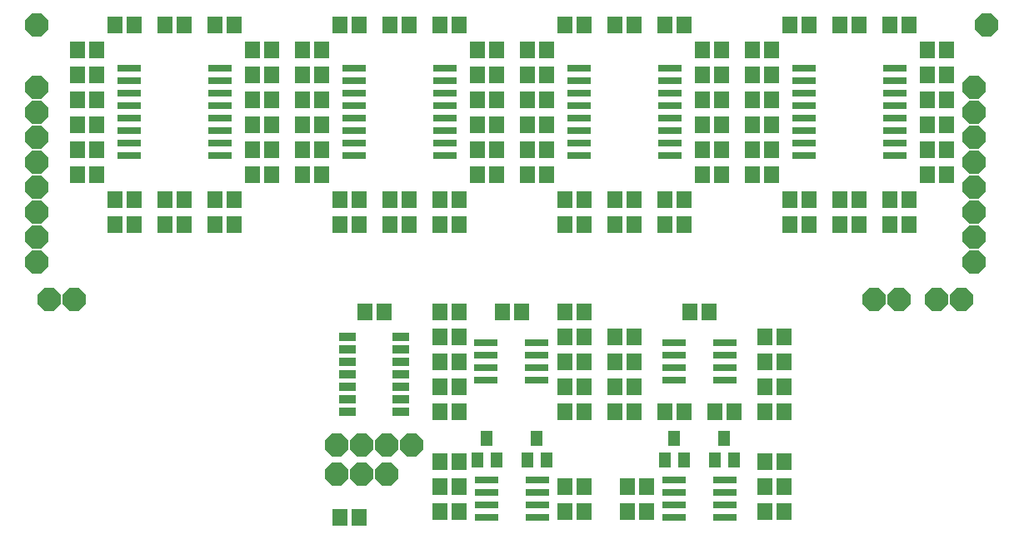
<source format=gbr>
G04 EAGLE Gerber RS-274X export*
G75*
%MOMM*%
%FSLAX34Y34*%
%LPD*%
%INSoldermask Top*%
%IPPOS*%
%AMOC8*
5,1,8,0,0,1.08239X$1,22.5*%
G01*
%ADD10P,2.556822X8X22.500000*%
%ADD11R,1.503200X1.703200*%
%ADD12R,2.403200X0.803200*%
%ADD13R,1.203200X1.603200*%
%ADD14R,1.731200X0.853200*%


D10*
X977900Y355600D03*
X977900Y279400D03*
X25400Y457200D03*
D11*
X352400Y317500D03*
X333400Y317500D03*
X123800Y317500D03*
X104800Y317500D03*
X784200Y76200D03*
X765200Y76200D03*
X581000Y50800D03*
X562000Y50800D03*
X631800Y177800D03*
X612800Y177800D03*
X663600Y127000D03*
X682600Y127000D03*
X784200Y177800D03*
X765200Y177800D03*
X765200Y152400D03*
X784200Y152400D03*
X771500Y368300D03*
X752500Y368300D03*
X771500Y393700D03*
X752500Y393700D03*
X771500Y469900D03*
X752500Y469900D03*
X542900Y368300D03*
X523900Y368300D03*
X542900Y393700D03*
X523900Y393700D03*
X542900Y469900D03*
X523900Y469900D03*
X314300Y368300D03*
X295300Y368300D03*
X314300Y393700D03*
X295300Y393700D03*
X314300Y469900D03*
X295300Y469900D03*
X85700Y368300D03*
X66700Y368300D03*
X85700Y393700D03*
X66700Y393700D03*
X85700Y469900D03*
X66700Y469900D03*
X771500Y495300D03*
X752500Y495300D03*
X720700Y368300D03*
X701700Y368300D03*
X720700Y393700D03*
X701700Y393700D03*
X492100Y368300D03*
X473100Y368300D03*
X492100Y393700D03*
X473100Y393700D03*
X263500Y368300D03*
X244500Y368300D03*
X263500Y393700D03*
X244500Y393700D03*
X949300Y368300D03*
X930300Y368300D03*
X949300Y393700D03*
X930300Y393700D03*
X949300Y469900D03*
X930300Y469900D03*
X949300Y444500D03*
X930300Y444500D03*
X720700Y469900D03*
X701700Y469900D03*
X720700Y444500D03*
X701700Y444500D03*
X492100Y469900D03*
X473100Y469900D03*
X492100Y444500D03*
X473100Y444500D03*
X263500Y469900D03*
X244500Y469900D03*
X263500Y444500D03*
X244500Y444500D03*
X809600Y520700D03*
X790600Y520700D03*
X581000Y520700D03*
X562000Y520700D03*
X352400Y520700D03*
X333400Y520700D03*
X123800Y520700D03*
X104800Y520700D03*
X581000Y127000D03*
X562000Y127000D03*
X930300Y419100D03*
X949300Y419100D03*
X892200Y342900D03*
X911200Y342900D03*
X581000Y342900D03*
X562000Y342900D03*
X435000Y342900D03*
X454000Y342900D03*
X206400Y342900D03*
X225400Y342900D03*
X498500Y228600D03*
X517500Y228600D03*
X562000Y228600D03*
X581000Y228600D03*
X435000Y228600D03*
X454000Y228600D03*
X454000Y203200D03*
X435000Y203200D03*
X809600Y342900D03*
X790600Y342900D03*
X663600Y342900D03*
X682600Y342900D03*
X454000Y127000D03*
X435000Y127000D03*
X352400Y342900D03*
X333400Y342900D03*
X123800Y342900D03*
X104800Y342900D03*
X542900Y495300D03*
X523900Y495300D03*
X314300Y495300D03*
X295300Y495300D03*
X85700Y495300D03*
X66700Y495300D03*
X841400Y317500D03*
X860400Y317500D03*
X358800Y228600D03*
X377800Y228600D03*
X612800Y317500D03*
X631800Y317500D03*
D10*
X25400Y330200D03*
X25400Y431800D03*
X25400Y406400D03*
X977900Y431800D03*
X977900Y304800D03*
X25400Y520700D03*
X990600Y520700D03*
X965200Y241300D03*
D12*
X672500Y184150D03*
X724500Y184150D03*
X672500Y196850D03*
X672500Y171450D03*
X672500Y158750D03*
X724500Y196850D03*
X724500Y171450D03*
X724500Y158750D03*
X672500Y44450D03*
X724500Y44450D03*
X672500Y57150D03*
X672500Y31750D03*
X672500Y19050D03*
X724500Y57150D03*
X724500Y31750D03*
X724500Y19050D03*
X482000Y44450D03*
X534000Y44450D03*
X482000Y57150D03*
X482000Y31750D03*
X482000Y19050D03*
X534000Y57150D03*
X534000Y31750D03*
X534000Y19050D03*
D10*
X876300Y241300D03*
X977900Y457200D03*
X901700Y241300D03*
X977900Y381000D03*
X977900Y406400D03*
X25400Y355600D03*
X25400Y381000D03*
D12*
X804900Y463550D03*
X896900Y438150D03*
X804900Y476250D03*
X804900Y450850D03*
X804900Y438150D03*
X896900Y450850D03*
X896900Y425450D03*
X896900Y412750D03*
X804900Y412750D03*
X896900Y387350D03*
X804900Y425450D03*
X804900Y400050D03*
X896900Y400050D03*
X804900Y387350D03*
X896900Y463550D03*
X896900Y476250D03*
X576300Y463550D03*
X668300Y438150D03*
X576300Y476250D03*
X576300Y450850D03*
X576300Y438150D03*
X668300Y450850D03*
X668300Y425450D03*
X668300Y412750D03*
X576300Y412750D03*
X668300Y387350D03*
X576300Y425450D03*
X576300Y400050D03*
X668300Y400050D03*
X576300Y387350D03*
X668300Y463550D03*
X668300Y476250D03*
X347700Y463550D03*
X439700Y438150D03*
X347700Y476250D03*
X347700Y450850D03*
X347700Y438150D03*
X439700Y450850D03*
X439700Y425450D03*
X439700Y412750D03*
X347700Y412750D03*
X439700Y387350D03*
X347700Y425450D03*
X347700Y400050D03*
X439700Y400050D03*
X347700Y387350D03*
X439700Y463550D03*
X439700Y476250D03*
X119100Y463550D03*
X211100Y438150D03*
X119100Y476250D03*
X119100Y450850D03*
X119100Y438150D03*
X211100Y450850D03*
X211100Y425450D03*
X211100Y412750D03*
X119100Y412750D03*
X211100Y387350D03*
X119100Y425450D03*
X119100Y400050D03*
X211100Y400050D03*
X119100Y387350D03*
X211100Y463550D03*
X211100Y476250D03*
D13*
X673100Y99900D03*
X682600Y77900D03*
X663600Y77900D03*
X723900Y99900D03*
X733400Y77900D03*
X714400Y77900D03*
X482600Y99900D03*
X492100Y77900D03*
X473100Y77900D03*
X533400Y99900D03*
X542900Y77900D03*
X523900Y77900D03*
D11*
X435000Y177800D03*
X454000Y177800D03*
X454000Y152400D03*
X435000Y152400D03*
X625500Y50800D03*
X644500Y50800D03*
X562000Y317500D03*
X581000Y317500D03*
X625500Y25400D03*
X644500Y25400D03*
X765200Y25400D03*
X784200Y25400D03*
X809600Y317500D03*
X790600Y317500D03*
X765200Y50800D03*
X784200Y50800D03*
X435000Y25400D03*
X454000Y25400D03*
X403200Y317500D03*
X384200Y317500D03*
X435000Y50800D03*
X454000Y50800D03*
X454000Y76200D03*
X435000Y76200D03*
X155600Y317500D03*
X174600Y317500D03*
X562000Y25400D03*
X581000Y25400D03*
X612800Y152400D03*
X631800Y152400D03*
X612800Y203200D03*
X631800Y203200D03*
X612800Y127000D03*
X631800Y127000D03*
X765200Y203200D03*
X784200Y203200D03*
X689000Y228600D03*
X708000Y228600D03*
X784200Y127000D03*
X765200Y127000D03*
X733400Y127000D03*
X714400Y127000D03*
X930300Y495300D03*
X949300Y495300D03*
X892200Y520700D03*
X911200Y520700D03*
X860400Y520700D03*
X841400Y520700D03*
X771500Y444500D03*
X752500Y444500D03*
X771500Y419100D03*
X752500Y419100D03*
X701700Y495300D03*
X720700Y495300D03*
X663600Y520700D03*
X682600Y520700D03*
X631800Y520700D03*
X612800Y520700D03*
X542900Y444500D03*
X523900Y444500D03*
X542900Y419100D03*
X523900Y419100D03*
X473100Y495300D03*
X492100Y495300D03*
X435000Y520700D03*
X454000Y520700D03*
X403200Y520700D03*
X384200Y520700D03*
X314300Y444500D03*
X295300Y444500D03*
X314300Y419100D03*
X295300Y419100D03*
X244500Y495300D03*
X263500Y495300D03*
X206400Y520700D03*
X225400Y520700D03*
X174600Y520700D03*
X155600Y520700D03*
X85700Y444500D03*
X66700Y444500D03*
X85700Y419100D03*
X66700Y419100D03*
X562000Y203200D03*
X581000Y203200D03*
X841400Y342900D03*
X860400Y342900D03*
X612800Y342900D03*
X631800Y342900D03*
X384200Y342900D03*
X403200Y342900D03*
X155600Y342900D03*
X174600Y342900D03*
X562000Y177800D03*
X581000Y177800D03*
D10*
X939800Y241300D03*
X977900Y330200D03*
X38100Y241300D03*
X63500Y241300D03*
X25400Y279400D03*
D14*
X341190Y203200D03*
X341190Y190500D03*
X341190Y177800D03*
X341190Y165100D03*
X341190Y152400D03*
X341190Y139700D03*
X341190Y127000D03*
X395410Y127000D03*
X395410Y139700D03*
X395410Y152400D03*
X395410Y165100D03*
X395410Y177800D03*
X395410Y190500D03*
X395410Y203200D03*
D10*
X25400Y304800D03*
X355600Y92710D03*
X381000Y92710D03*
X406400Y92710D03*
X330200Y92710D03*
X381000Y63500D03*
X330200Y63500D03*
X355600Y63500D03*
D11*
X352400Y19050D03*
X333400Y19050D03*
D12*
X481400Y184150D03*
X533400Y184150D03*
X481400Y196850D03*
X481400Y171450D03*
X481400Y158750D03*
X533400Y196850D03*
X533400Y171450D03*
X533400Y158750D03*
D11*
X701700Y419100D03*
X720700Y419100D03*
X473100Y419100D03*
X492100Y419100D03*
X244500Y419100D03*
X263500Y419100D03*
X911200Y317500D03*
X892200Y317500D03*
X663600Y317500D03*
X682600Y317500D03*
X435000Y317500D03*
X454000Y317500D03*
X206400Y317500D03*
X225400Y317500D03*
X581000Y152400D03*
X562000Y152400D03*
M02*

</source>
